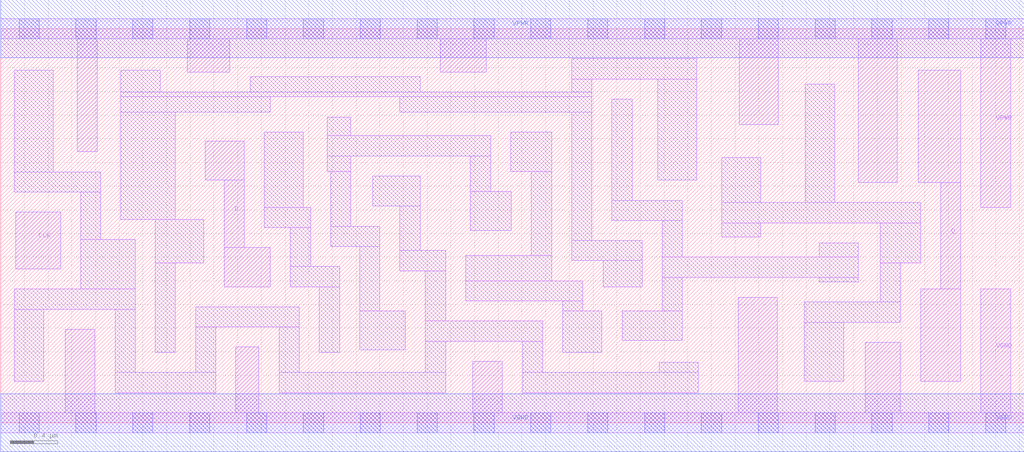
<source format=lef>
# Copyright 2020 The SkyWater PDK Authors
#
# Licensed under the Apache License, Version 2.0 (the "License");
# you may not use this file except in compliance with the License.
# You may obtain a copy of the License at
#
#     https://www.apache.org/licenses/LICENSE-2.0
#
# Unless required by applicable law or agreed to in writing, software
# distributed under the License is distributed on an "AS IS" BASIS,
# WITHOUT WARRANTIES OR CONDITIONS OF ANY KIND, either express or implied.
# See the License for the specific language governing permissions and
# limitations under the License.
#
# SPDX-License-Identifier: Apache-2.0

VERSION 5.7 ;
  NAMESCASESENSITIVE ON ;
  NOWIREEXTENSIONATPIN ON ;
  DIVIDERCHAR "/" ;
  BUSBITCHARS "[]" ;
UNITS
  DATABASE MICRONS 200 ;
END UNITS
MACRO sky130_fd_sc_ms__dfxtp_2
  CLASS CORE ;
  SOURCE USER ;
  FOREIGN sky130_fd_sc_ms__dfxtp_2 ;
  ORIGIN  0.000000  0.000000 ;
  SIZE  8.640000 BY  3.330000 ;
  SYMMETRY X Y ;
  SITE unit ;
  PIN D
    ANTENNAGATEAREA  0.138600 ;
    DIRECTION INPUT ;
    USE SIGNAL ;
    PORT
      LAYER li1 ;
        RECT 1.725000 2.050000 2.055000 2.380000 ;
        RECT 1.885000 1.150000 2.275000 1.480000 ;
        RECT 1.885000 1.480000 2.055000 2.050000 ;
    END
  END D
  PIN Q
    ANTENNADIFFAREA  0.509600 ;
    DIRECTION OUTPUT ;
    USE SIGNAL ;
    PORT
      LAYER li1 ;
        RECT 7.745000 2.030000 8.105000 2.980000 ;
        RECT 7.765000 0.350000 8.105000 1.130000 ;
        RECT 7.935000 1.130000 8.105000 2.030000 ;
    END
  END Q
  PIN CLK
    ANTENNAGATEAREA  0.312600 ;
    DIRECTION INPUT ;
    USE CLOCK ;
    PORT
      LAYER li1 ;
        RECT 0.125000 1.300000 0.505000 1.780000 ;
    END
  END CLK
  PIN VGND
    DIRECTION INOUT ;
    USE GROUND ;
    PORT
      LAYER li1 ;
        RECT 0.000000 -0.085000 8.640000 0.085000 ;
        RECT 0.545000  0.085000 0.795000 0.790000 ;
        RECT 1.985000  0.085000 2.180000 0.640000 ;
        RECT 3.985000  0.085000 4.235000 0.520000 ;
        RECT 6.225000  0.085000 6.555000 1.060000 ;
        RECT 7.300000  0.085000 7.595000 0.680000 ;
        RECT 8.275000  0.085000 8.525000 1.130000 ;
      LAYER mcon ;
        RECT 0.155000 -0.085000 0.325000 0.085000 ;
        RECT 0.635000 -0.085000 0.805000 0.085000 ;
        RECT 1.115000 -0.085000 1.285000 0.085000 ;
        RECT 1.595000 -0.085000 1.765000 0.085000 ;
        RECT 2.075000 -0.085000 2.245000 0.085000 ;
        RECT 2.555000 -0.085000 2.725000 0.085000 ;
        RECT 3.035000 -0.085000 3.205000 0.085000 ;
        RECT 3.515000 -0.085000 3.685000 0.085000 ;
        RECT 3.995000 -0.085000 4.165000 0.085000 ;
        RECT 4.475000 -0.085000 4.645000 0.085000 ;
        RECT 4.955000 -0.085000 5.125000 0.085000 ;
        RECT 5.435000 -0.085000 5.605000 0.085000 ;
        RECT 5.915000 -0.085000 6.085000 0.085000 ;
        RECT 6.395000 -0.085000 6.565000 0.085000 ;
        RECT 6.875000 -0.085000 7.045000 0.085000 ;
        RECT 7.355000 -0.085000 7.525000 0.085000 ;
        RECT 7.835000 -0.085000 8.005000 0.085000 ;
        RECT 8.315000 -0.085000 8.485000 0.085000 ;
      LAYER met1 ;
        RECT 0.000000 -0.245000 8.640000 0.245000 ;
    END
  END VGND
  PIN VPWR
    DIRECTION INOUT ;
    USE POWER ;
    PORT
      LAYER li1 ;
        RECT 0.000000 3.245000 8.640000 3.415000 ;
        RECT 0.645000 2.290000 0.815000 3.245000 ;
        RECT 1.575000 2.965000 1.935000 3.245000 ;
        RECT 3.710000 2.965000 4.100000 3.245000 ;
        RECT 6.235000 2.520000 6.565000 3.245000 ;
        RECT 7.240000 2.030000 7.570000 3.245000 ;
        RECT 8.275000 1.820000 8.525000 3.245000 ;
      LAYER mcon ;
        RECT 0.155000 3.245000 0.325000 3.415000 ;
        RECT 0.635000 3.245000 0.805000 3.415000 ;
        RECT 1.115000 3.245000 1.285000 3.415000 ;
        RECT 1.595000 3.245000 1.765000 3.415000 ;
        RECT 2.075000 3.245000 2.245000 3.415000 ;
        RECT 2.555000 3.245000 2.725000 3.415000 ;
        RECT 3.035000 3.245000 3.205000 3.415000 ;
        RECT 3.515000 3.245000 3.685000 3.415000 ;
        RECT 3.995000 3.245000 4.165000 3.415000 ;
        RECT 4.475000 3.245000 4.645000 3.415000 ;
        RECT 4.955000 3.245000 5.125000 3.415000 ;
        RECT 5.435000 3.245000 5.605000 3.415000 ;
        RECT 5.915000 3.245000 6.085000 3.415000 ;
        RECT 6.395000 3.245000 6.565000 3.415000 ;
        RECT 6.875000 3.245000 7.045000 3.415000 ;
        RECT 7.355000 3.245000 7.525000 3.415000 ;
        RECT 7.835000 3.245000 8.005000 3.415000 ;
        RECT 8.315000 3.245000 8.485000 3.415000 ;
      LAYER met1 ;
        RECT 0.000000 3.085000 8.640000 3.575000 ;
    END
  END VPWR
  OBS
    LAYER li1 ;
      RECT 0.115000 0.350000 0.365000 0.960000 ;
      RECT 0.115000 0.960000 1.135000 1.130000 ;
      RECT 0.115000 1.950000 0.845000 2.120000 ;
      RECT 0.115000 2.120000 0.445000 2.980000 ;
      RECT 0.675000 1.130000 1.135000 1.550000 ;
      RECT 0.675000 1.550000 0.845000 1.950000 ;
      RECT 0.965000 0.255000 1.815000 0.425000 ;
      RECT 0.965000 0.425000 1.135000 0.960000 ;
      RECT 1.015000 1.720000 1.475000 2.625000 ;
      RECT 1.015000 2.625000 2.275000 2.755000 ;
      RECT 1.015000 2.755000 4.990000 2.795000 ;
      RECT 1.015000 2.795000 1.345000 2.980000 ;
      RECT 1.305000 0.595000 1.475000 1.350000 ;
      RECT 1.305000 1.350000 1.715000 1.720000 ;
      RECT 1.645000 0.425000 1.815000 0.810000 ;
      RECT 1.645000 0.810000 2.520000 0.980000 ;
      RECT 2.105000 2.795000 3.540000 2.925000 ;
      RECT 2.225000 1.650000 2.615000 1.820000 ;
      RECT 2.225000 1.820000 2.555000 2.455000 ;
      RECT 2.350000 0.255000 3.755000 0.425000 ;
      RECT 2.350000 0.425000 2.520000 0.810000 ;
      RECT 2.445000 1.150000 2.860000 1.320000 ;
      RECT 2.445000 1.320000 2.615000 1.650000 ;
      RECT 2.690000 0.595000 2.860000 1.150000 ;
      RECT 2.755000 2.125000 2.955000 2.255000 ;
      RECT 2.755000 2.255000 4.135000 2.425000 ;
      RECT 2.755000 2.425000 2.955000 2.585000 ;
      RECT 2.785000 1.490000 3.200000 1.660000 ;
      RECT 2.785000 1.660000 2.955000 2.125000 ;
      RECT 3.030000 0.615000 3.415000 0.945000 ;
      RECT 3.030000 0.945000 3.200000 1.490000 ;
      RECT 3.140000 1.830000 3.540000 2.085000 ;
      RECT 3.370000 1.285000 3.755000 1.455000 ;
      RECT 3.370000 1.455000 3.540000 1.830000 ;
      RECT 3.370000 2.625000 4.990000 2.755000 ;
      RECT 3.585000 0.425000 3.755000 0.690000 ;
      RECT 3.585000 0.690000 4.575000 0.860000 ;
      RECT 3.585000 0.860000 3.755000 1.285000 ;
      RECT 3.925000 1.030000 4.915000 1.200000 ;
      RECT 3.925000 1.200000 4.650000 1.415000 ;
      RECT 3.965000 1.625000 4.310000 1.955000 ;
      RECT 3.965000 1.955000 4.135000 2.255000 ;
      RECT 4.305000 2.125000 4.650000 2.455000 ;
      RECT 4.405000 0.255000 5.890000 0.425000 ;
      RECT 4.405000 0.425000 4.575000 0.690000 ;
      RECT 4.480000 1.415000 4.650000 2.125000 ;
      RECT 4.745000 0.595000 5.075000 0.945000 ;
      RECT 4.745000 0.945000 4.915000 1.030000 ;
      RECT 4.820000 1.370000 5.415000 1.540000 ;
      RECT 4.820000 1.540000 4.990000 2.625000 ;
      RECT 4.820000 2.795000 4.990000 2.905000 ;
      RECT 4.820000 2.905000 5.875000 3.075000 ;
      RECT 5.085000 1.150000 5.415000 1.370000 ;
      RECT 5.160000 1.710000 5.755000 1.880000 ;
      RECT 5.160000 1.880000 5.330000 2.735000 ;
      RECT 5.245000 0.695000 5.755000 0.945000 ;
      RECT 5.545000 2.050000 5.875000 2.905000 ;
      RECT 5.560000 0.425000 5.890000 0.510000 ;
      RECT 5.585000 0.945000 5.755000 1.230000 ;
      RECT 5.585000 1.230000 7.240000 1.400000 ;
      RECT 5.585000 1.400000 5.755000 1.710000 ;
      RECT 6.085000 1.570000 6.415000 1.690000 ;
      RECT 6.085000 1.690000 7.765000 1.860000 ;
      RECT 6.085000 1.860000 6.415000 2.240000 ;
      RECT 6.785000 0.350000 7.115000 0.850000 ;
      RECT 6.785000 0.850000 7.595000 1.020000 ;
      RECT 6.790000 1.860000 7.040000 2.860000 ;
      RECT 6.910000 1.190000 7.240000 1.230000 ;
      RECT 6.910000 1.400000 7.240000 1.520000 ;
      RECT 7.425000 1.020000 7.595000 1.350000 ;
      RECT 7.425000 1.350000 7.765000 1.690000 ;
  END
END sky130_fd_sc_ms__dfxtp_2

</source>
